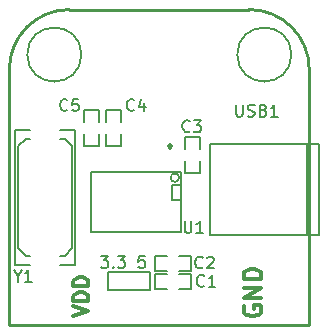
<source format=gbr>
G04 #@! TF.FileFunction,Legend,Top*
%FSLAX46Y46*%
G04 Gerber Fmt 4.6, Leading zero omitted, Abs format (unit mm)*
G04 Created by KiCad (PCBNEW 0.201504281001+5628~23~ubuntu14.10.1-product) date Wed 29 Apr 2015 13:56:02 EEST*
%MOMM*%
G01*
G04 APERTURE LIST*
%ADD10C,0.100000*%
%ADD11C,0.300000*%
%ADD12C,0.254000*%
%ADD13C,0.150000*%
%ADD14C,0.127000*%
G04 APERTURE END LIST*
D10*
D11*
X163487101Y-115635314D02*
X163583862Y-115732076D01*
X163487101Y-115828838D01*
X163390339Y-115732076D01*
X163487101Y-115635314D01*
X163487101Y-115828838D01*
X169772900Y-129247757D02*
X169701471Y-129390614D01*
X169701471Y-129604900D01*
X169772900Y-129819185D01*
X169915757Y-129962043D01*
X170058614Y-130033471D01*
X170344329Y-130104900D01*
X170558614Y-130104900D01*
X170844329Y-130033471D01*
X170987186Y-129962043D01*
X171130043Y-129819185D01*
X171201471Y-129604900D01*
X171201471Y-129462043D01*
X171130043Y-129247757D01*
X171058614Y-129176328D01*
X170558614Y-129176328D01*
X170558614Y-129462043D01*
X171201471Y-128533471D02*
X169701471Y-128533471D01*
X171201471Y-127676328D01*
X169701471Y-127676328D01*
X171201471Y-126962042D02*
X169701471Y-126962042D01*
X169701471Y-126604899D01*
X169772900Y-126390614D01*
X169915757Y-126247756D01*
X170058614Y-126176328D01*
X170344329Y-126104899D01*
X170558614Y-126104899D01*
X170844329Y-126176328D01*
X170987186Y-126247756D01*
X171130043Y-126390614D01*
X171201471Y-126604899D01*
X171201471Y-126962042D01*
X155285924Y-130077633D02*
X156555924Y-129654299D01*
X155285924Y-129230966D01*
X156555924Y-128807633D02*
X155285924Y-128807633D01*
X155285924Y-128505252D01*
X155346400Y-128323824D01*
X155467352Y-128202871D01*
X155588305Y-128142395D01*
X155830210Y-128081919D01*
X156011638Y-128081919D01*
X156253543Y-128142395D01*
X156374495Y-128202871D01*
X156495448Y-128323824D01*
X156555924Y-128505252D01*
X156555924Y-128807633D01*
X156555924Y-127537633D02*
X155285924Y-127537633D01*
X155285924Y-127235252D01*
X155346400Y-127053824D01*
X155467352Y-126932871D01*
X155588305Y-126872395D01*
X155830210Y-126811919D01*
X156011638Y-126811919D01*
X156253543Y-126872395D01*
X156374495Y-126932871D01*
X156495448Y-127053824D01*
X156555924Y-127235252D01*
X156555924Y-127537633D01*
D12*
X175260000Y-111760000D02*
X175260000Y-109220000D01*
X149860000Y-109220000D02*
X149860000Y-111760000D01*
X175260000Y-109220000D02*
G75*
G03X170180000Y-104140000I-5080000J0D01*
G01*
X154940000Y-104140000D02*
G75*
G03X149860000Y-109220000I0J-5080000D01*
G01*
X154940000Y-104140000D02*
X170180000Y-104140000D01*
X149860000Y-130810000D02*
X149860000Y-129540000D01*
X175260000Y-130810000D02*
X175260000Y-129540000D01*
X149860000Y-130810000D02*
X175260000Y-130810000D01*
X149860000Y-111760000D02*
X149860000Y-129540000D01*
X175260000Y-129540000D02*
X175260000Y-111760000D01*
D13*
X156768800Y-122936000D02*
X164388800Y-122936000D01*
X164388800Y-117856000D02*
X156768800Y-117856000D01*
X156768800Y-122936000D02*
X156768800Y-117856000D01*
X164388800Y-117856000D02*
X164388800Y-122936000D01*
X164240010Y-118364000D02*
G75*
G03X164240010Y-118364000I-359210J0D01*
G01*
X164388800Y-120269000D02*
X163626800Y-120269000D01*
X163626800Y-120269000D02*
X163626800Y-118999000D01*
X163626800Y-118999000D02*
X164388800Y-118999000D01*
D14*
X164261800Y-126517400D02*
X165277800Y-126517400D01*
X165277800Y-126517400D02*
X165277800Y-127787400D01*
X165277800Y-127787400D02*
X164261800Y-127787400D01*
X162229800Y-126517400D02*
X162229800Y-127787400D01*
X162229800Y-127787400D02*
X163245800Y-127787400D01*
X162229800Y-126517400D02*
X163245800Y-126517400D01*
X164261800Y-124993400D02*
X165277800Y-124993400D01*
X165277800Y-124993400D02*
X165277800Y-126263400D01*
X165277800Y-126263400D02*
X164261800Y-126263400D01*
X162229800Y-124993400D02*
X162229800Y-126263400D01*
X162229800Y-126263400D02*
X163245800Y-126263400D01*
X162229800Y-124993400D02*
X163245800Y-124993400D01*
X165989000Y-116941600D02*
X165989000Y-117957600D01*
X165989000Y-117957600D02*
X164719000Y-117957600D01*
X164719000Y-117957600D02*
X164719000Y-116941600D01*
X165989000Y-114909600D02*
X164719000Y-114909600D01*
X164719000Y-114909600D02*
X164719000Y-115925600D01*
X165989000Y-114909600D02*
X165989000Y-115925600D01*
X158038800Y-113690400D02*
X158038800Y-112674400D01*
X158038800Y-112674400D02*
X159308800Y-112674400D01*
X159308800Y-112674400D02*
X159308800Y-113690400D01*
X158038800Y-115722400D02*
X159308800Y-115722400D01*
X159308800Y-115722400D02*
X159308800Y-114706400D01*
X158038800Y-115722400D02*
X158038800Y-114706400D01*
X156184600Y-113690400D02*
X156184600Y-112674400D01*
X156184600Y-112674400D02*
X157454600Y-112674400D01*
X157454600Y-112674400D02*
X157454600Y-113690400D01*
X156184600Y-115722400D02*
X157454600Y-115722400D01*
X157454600Y-115722400D02*
X157454600Y-114706400D01*
X156184600Y-115722400D02*
X156184600Y-114706400D01*
D13*
X155956000Y-107950000D02*
G75*
G03X155956000Y-107950000I-2286000J0D01*
G01*
X173736000Y-107950000D02*
G75*
G03X173736000Y-107950000I-2286000J0D01*
G01*
D14*
X158242000Y-126390400D02*
X161798000Y-126390400D01*
X161798000Y-126390400D02*
X161798000Y-127914400D01*
X161798000Y-127914400D02*
X158242000Y-127914400D01*
X158242000Y-127914400D02*
X158242000Y-126390400D01*
D13*
X175049180Y-123230640D02*
X175049180Y-115529360D01*
X176049940Y-123230640D02*
X176049940Y-115529360D01*
X176049940Y-115529360D02*
X166850060Y-115529360D01*
X166850060Y-115529360D02*
X166850060Y-123230640D01*
X166850060Y-123230640D02*
X176049940Y-123230640D01*
X151257000Y-124968000D02*
X151638000Y-124968000D01*
X154559000Y-124968000D02*
X154178000Y-124968000D01*
X154559000Y-115062000D02*
X154178000Y-115062000D01*
X151257000Y-115062000D02*
X151638000Y-115062000D01*
X150368000Y-114300000D02*
X151638000Y-114300000D01*
X155448000Y-114300000D02*
X154178000Y-114300000D01*
X155448000Y-125730000D02*
X154178000Y-125730000D01*
X150368000Y-125730000D02*
X151638000Y-125730000D01*
X154559000Y-124968000D02*
X155194000Y-124333000D01*
X155194000Y-124333000D02*
X155194000Y-115697000D01*
X155194000Y-115697000D02*
X154559000Y-115062000D01*
X151257000Y-115062000D02*
X150622000Y-115697000D01*
X150622000Y-115697000D02*
X150622000Y-124333000D01*
X150622000Y-124333000D02*
X151257000Y-124968000D01*
X155448000Y-114300000D02*
X155448000Y-125730000D01*
X150368000Y-125730000D02*
X150368000Y-114300000D01*
X164693695Y-122032781D02*
X164693695Y-122842305D01*
X164741314Y-122937543D01*
X164788933Y-122985162D01*
X164884171Y-123032781D01*
X165074648Y-123032781D01*
X165169886Y-122985162D01*
X165217505Y-122937543D01*
X165265124Y-122842305D01*
X165265124Y-122032781D01*
X166265124Y-123032781D02*
X165693695Y-123032781D01*
X165979409Y-123032781D02*
X165979409Y-122032781D01*
X165884171Y-122175638D01*
X165788933Y-122270876D01*
X165693695Y-122318495D01*
X166355734Y-127509543D02*
X166308115Y-127557162D01*
X166165258Y-127604781D01*
X166070020Y-127604781D01*
X165927162Y-127557162D01*
X165831924Y-127461924D01*
X165784305Y-127366686D01*
X165736686Y-127176210D01*
X165736686Y-127033352D01*
X165784305Y-126842876D01*
X165831924Y-126747638D01*
X165927162Y-126652400D01*
X166070020Y-126604781D01*
X166165258Y-126604781D01*
X166308115Y-126652400D01*
X166355734Y-126700019D01*
X167308115Y-127604781D02*
X166736686Y-127604781D01*
X167022400Y-127604781D02*
X167022400Y-126604781D01*
X166927162Y-126747638D01*
X166831924Y-126842876D01*
X166736686Y-126890495D01*
X166228734Y-125960143D02*
X166181115Y-126007762D01*
X166038258Y-126055381D01*
X165943020Y-126055381D01*
X165800162Y-126007762D01*
X165704924Y-125912524D01*
X165657305Y-125817286D01*
X165609686Y-125626810D01*
X165609686Y-125483952D01*
X165657305Y-125293476D01*
X165704924Y-125198238D01*
X165800162Y-125103000D01*
X165943020Y-125055381D01*
X166038258Y-125055381D01*
X166181115Y-125103000D01*
X166228734Y-125150619D01*
X166609686Y-125150619D02*
X166657305Y-125103000D01*
X166752543Y-125055381D01*
X166990639Y-125055381D01*
X167085877Y-125103000D01*
X167133496Y-125150619D01*
X167181115Y-125245857D01*
X167181115Y-125341095D01*
X167133496Y-125483952D01*
X166562067Y-126055381D01*
X167181115Y-126055381D01*
X165136534Y-114428543D02*
X165088915Y-114476162D01*
X164946058Y-114523781D01*
X164850820Y-114523781D01*
X164707962Y-114476162D01*
X164612724Y-114380924D01*
X164565105Y-114285686D01*
X164517486Y-114095210D01*
X164517486Y-113952352D01*
X164565105Y-113761876D01*
X164612724Y-113666638D01*
X164707962Y-113571400D01*
X164850820Y-113523781D01*
X164946058Y-113523781D01*
X165088915Y-113571400D01*
X165136534Y-113619019D01*
X165469867Y-113523781D02*
X166088915Y-113523781D01*
X165755581Y-113904733D01*
X165898439Y-113904733D01*
X165993677Y-113952352D01*
X166041296Y-113999971D01*
X166088915Y-114095210D01*
X166088915Y-114333305D01*
X166041296Y-114428543D01*
X165993677Y-114476162D01*
X165898439Y-114523781D01*
X165612724Y-114523781D01*
X165517486Y-114476162D01*
X165469867Y-114428543D01*
X160424834Y-112637843D02*
X160377215Y-112685462D01*
X160234358Y-112733081D01*
X160139120Y-112733081D01*
X159996262Y-112685462D01*
X159901024Y-112590224D01*
X159853405Y-112494986D01*
X159805786Y-112304510D01*
X159805786Y-112161652D01*
X159853405Y-111971176D01*
X159901024Y-111875938D01*
X159996262Y-111780700D01*
X160139120Y-111733081D01*
X160234358Y-111733081D01*
X160377215Y-111780700D01*
X160424834Y-111828319D01*
X161281977Y-112066414D02*
X161281977Y-112733081D01*
X161043881Y-111685462D02*
X160805786Y-112399748D01*
X161424834Y-112399748D01*
X154786034Y-112637843D02*
X154738415Y-112685462D01*
X154595558Y-112733081D01*
X154500320Y-112733081D01*
X154357462Y-112685462D01*
X154262224Y-112590224D01*
X154214605Y-112494986D01*
X154166986Y-112304510D01*
X154166986Y-112161652D01*
X154214605Y-111971176D01*
X154262224Y-111875938D01*
X154357462Y-111780700D01*
X154500320Y-111733081D01*
X154595558Y-111733081D01*
X154738415Y-111780700D01*
X154786034Y-111828319D01*
X155690796Y-111733081D02*
X155214605Y-111733081D01*
X155166986Y-112209271D01*
X155214605Y-112161652D01*
X155309843Y-112114033D01*
X155547939Y-112114033D01*
X155643177Y-112161652D01*
X155690796Y-112209271D01*
X155738415Y-112304510D01*
X155738415Y-112542605D01*
X155690796Y-112637843D01*
X155643177Y-112685462D01*
X155547939Y-112733081D01*
X155309843Y-112733081D01*
X155214605Y-112685462D01*
X155166986Y-112637843D01*
X157607238Y-125004581D02*
X158226286Y-125004581D01*
X157892952Y-125385533D01*
X158035810Y-125385533D01*
X158131048Y-125433152D01*
X158178667Y-125480771D01*
X158226286Y-125576010D01*
X158226286Y-125814105D01*
X158178667Y-125909343D01*
X158131048Y-125956962D01*
X158035810Y-126004581D01*
X157750095Y-126004581D01*
X157654857Y-125956962D01*
X157607238Y-125909343D01*
X158654857Y-125909343D02*
X158702476Y-125956962D01*
X158654857Y-126004581D01*
X158607238Y-125956962D01*
X158654857Y-125909343D01*
X158654857Y-126004581D01*
X159035809Y-125004581D02*
X159654857Y-125004581D01*
X159321523Y-125385533D01*
X159464381Y-125385533D01*
X159559619Y-125433152D01*
X159607238Y-125480771D01*
X159654857Y-125576010D01*
X159654857Y-125814105D01*
X159607238Y-125909343D01*
X159559619Y-125956962D01*
X159464381Y-126004581D01*
X159178666Y-126004581D01*
X159083428Y-125956962D01*
X159035809Y-125909343D01*
X161321524Y-125004581D02*
X160845333Y-125004581D01*
X160797714Y-125480771D01*
X160845333Y-125433152D01*
X160940571Y-125385533D01*
X161178667Y-125385533D01*
X161273905Y-125433152D01*
X161321524Y-125480771D01*
X161369143Y-125576010D01*
X161369143Y-125814105D01*
X161321524Y-125909343D01*
X161273905Y-125956962D01*
X161178667Y-126004581D01*
X160940571Y-126004581D01*
X160845333Y-125956962D01*
X160797714Y-125909343D01*
X169051505Y-112202981D02*
X169051505Y-113012505D01*
X169099124Y-113107743D01*
X169146743Y-113155362D01*
X169241981Y-113202981D01*
X169432458Y-113202981D01*
X169527696Y-113155362D01*
X169575315Y-113107743D01*
X169622934Y-113012505D01*
X169622934Y-112202981D01*
X170051505Y-113155362D02*
X170194362Y-113202981D01*
X170432458Y-113202981D01*
X170527696Y-113155362D01*
X170575315Y-113107743D01*
X170622934Y-113012505D01*
X170622934Y-112917267D01*
X170575315Y-112822029D01*
X170527696Y-112774410D01*
X170432458Y-112726790D01*
X170241981Y-112679171D01*
X170146743Y-112631552D01*
X170099124Y-112583933D01*
X170051505Y-112488695D01*
X170051505Y-112393457D01*
X170099124Y-112298219D01*
X170146743Y-112250600D01*
X170241981Y-112202981D01*
X170480077Y-112202981D01*
X170622934Y-112250600D01*
X171384839Y-112679171D02*
X171527696Y-112726790D01*
X171575315Y-112774410D01*
X171622934Y-112869648D01*
X171622934Y-113012505D01*
X171575315Y-113107743D01*
X171527696Y-113155362D01*
X171432458Y-113202981D01*
X171051505Y-113202981D01*
X171051505Y-112202981D01*
X171384839Y-112202981D01*
X171480077Y-112250600D01*
X171527696Y-112298219D01*
X171575315Y-112393457D01*
X171575315Y-112488695D01*
X171527696Y-112583933D01*
X171480077Y-112631552D01*
X171384839Y-112679171D01*
X171051505Y-112679171D01*
X172575315Y-113202981D02*
X172003886Y-113202981D01*
X172289600Y-113202981D02*
X172289600Y-112202981D01*
X172194362Y-112345838D01*
X172099124Y-112441076D01*
X172003886Y-112488695D01*
X150577609Y-126696790D02*
X150577609Y-127172981D01*
X150244276Y-126172981D02*
X150577609Y-126696790D01*
X150910943Y-126172981D01*
X151768086Y-127172981D02*
X151196657Y-127172981D01*
X151482371Y-127172981D02*
X151482371Y-126172981D01*
X151387133Y-126315838D01*
X151291895Y-126411076D01*
X151196657Y-126458695D01*
M02*

</source>
